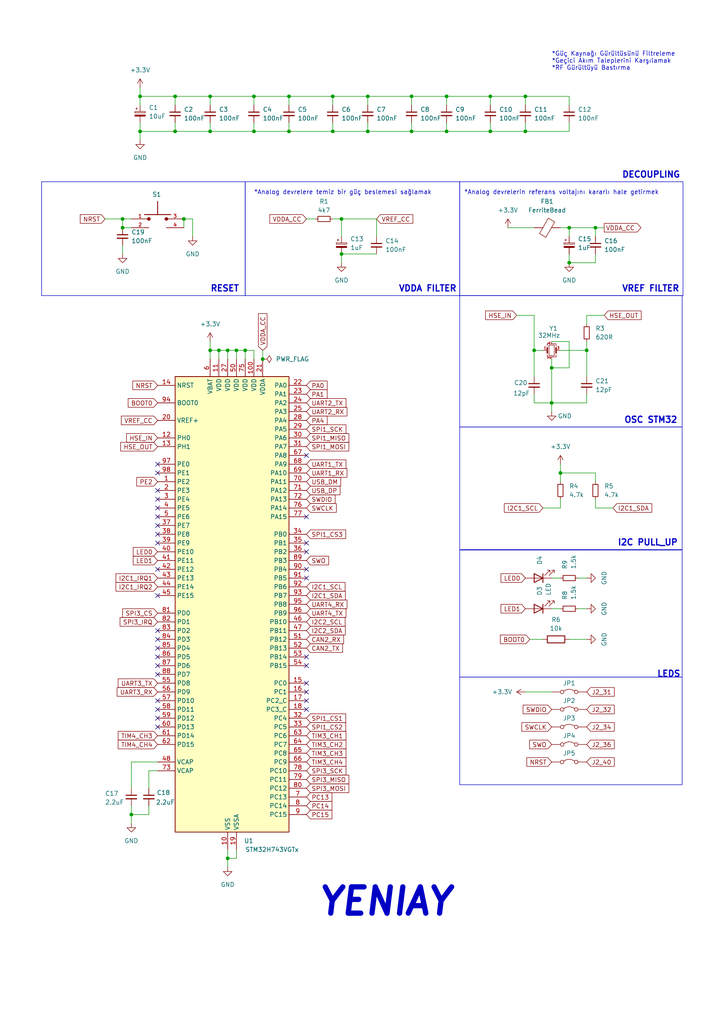
<source format=kicad_sch>
(kicad_sch (version 20231120) (generator "eeschema") (generator_version "8.0")
  (paper "A4" portrait)
  (title_block (title "STM32H743"))
  (lib_symbols
    (symbol "Device:C_Polarized_Small" (pin_numbers hide) (pin_names (offset 0.254) hide)
      (property "Reference" "C" (at 0.254 1.778 0))
      (property "Value" "C_Polarized_Small" (at 0.254 -2.032 0))
      (symbol "C_Polarized_Small_0_1"
        (rectangle (start -1.524 -0.3048) (end 1.524 -0.6858) (fill (type outline)))
        (rectangle (start -1.524 0.6858) (end 1.524 0.3048))
        (polyline (pts (xy -1.27 1.524) (xy -0.762 1.524)))
        (polyline (pts (xy -1.016 1.27) (xy -1.016 1.778)))
      )
      (symbol "C_Polarized_Small_1_1"
        (pin passive line (at 0 2.54 270) (length 1.8542) (name "~") (number "1"))
        (pin passive line (at 0 -2.54 90) (length 1.8542) (name "~") (number "2"))
      )
    )
    (symbol "Device:C_Small" (pin_numbers hide) (pin_names (offset 0.254) hide)
      (property "Reference" "C" (at 0.254 1.778 0))
      (property "Value" "C_Small" (at 0.254 -2.032 0))
      (symbol "C_Small_0_1"
        (polyline (pts (xy -1.524 -0.508) (xy 1.524 -0.508)) (stroke (width 0.3302)))
        (polyline (pts (xy -1.524 0.508) (xy 1.524 0.508)) (stroke (width 0.3048)))
      )
      (symbol "C_Small_1_1"
        (pin passive line (at 0 2.54 270) (length 2.032) (name "~") (number "1"))
        (pin passive line (at 0 -2.54 90) (length 2.032) (name "~") (number "2"))
      )
    )
    (symbol "Device:Crystal_GND24_Small" (pin_names (offset 1.016) hide)
      (property "Reference" "Y" (at 1.27 4.445 0))
      (property "Value" "Crystal_GND24_Small" (at 1.27 2.54 0))
      (symbol "Crystal_GND24_Small_0_1"
        (rectangle (start -0.762 -1.524) (end 0.762 1.524))
        (polyline (pts (xy -1.27 -0.762) (xy -1.27 0.762)) (stroke (width 0.381)))
        (polyline (pts (xy 1.27 -0.762) (xy 1.27 0.762)) (stroke (width 0.381)))
        (polyline (pts (xy -1.27 -1.27) (xy -1.27 -1.905) (xy 1.27 -1.905) (xy 1.27 -1.27)))
        (polyline (pts (xy -1.27 1.27) (xy -1.27 1.905) (xy 1.27 1.905) (xy 1.27 1.27)))
      )
      (symbol "Crystal_GND24_Small_1_1"
        (pin passive line (at -2.54 0 0) (length 1.27) (name "1") (number "1"))
        (pin passive line (at 0 -2.54 90) (length 0.635) (name "2") (number "2"))
        (pin passive line (at 2.54 0 180) (length 1.27) (name "3") (number "3"))
        (pin passive line (at 0 2.54 270) (length 0.635) (name "4") (number "4"))
      )
    )
    (symbol "Device:FerriteBead" (pin_numbers hide) (pin_names (offset 0))
      (property "Reference" "FB" (at -3.81 0.635 90))
      (property "Value" "FerriteBead" (at 3.81 0 90))
      (symbol "FerriteBead_0_1"
        (polyline (pts (xy 0 -1.27) (xy 0 -1.2192)))
        (polyline (pts (xy 0 1.27) (xy 0 1.2954)))
        (polyline (pts (xy -2.7686 0.4064) (xy -1.7018 2.2606) (xy 2.7686 -0.3048) (xy 1.6764 -2.159) (xy -2.7686 0.4064)))
      )
      (symbol "FerriteBead_1_1"
        (pin passive line (at 0 3.81 270) (length 2.54) (name "~") (number "1"))
        (pin passive line (at 0 -3.81 90) (length 2.54) (name "~") (number "2"))
      )
    )
    (symbol "Device:LED" (pin_numbers hide) (pin_names (offset 1.016) hide)
      (property "Reference" "D" (at 0 2.54 0))
      (property "Value" "LED" (at 0 -2.54 0))
      (symbol "LED_0_1"
        (polyline (pts (xy -1.27 -1.27) (xy -1.27 1.27)) (stroke (width 0.254)))
        (polyline (pts (xy -1.27 0) (xy 1.27 0)))
        (polyline (pts (xy 1.27 -1.27) (xy 1.27 1.27) (xy -1.27 0) (xy 1.27 -1.27)) (stroke (width 0.254)))
        (polyline (pts (xy -3.048 -0.762) (xy -4.572 -2.286) (xy -3.81 -2.286) (xy -4.572 -2.286) (xy -4.572 -1.524)))
        (polyline (pts (xy -1.778 -0.762) (xy -3.302 -2.286) (xy -2.54 -2.286) (xy -3.302 -2.286) (xy -3.302 -1.524)))
      )
      (symbol "LED_1_1"
        (pin passive line (at -3.81 0 0) (length 2.54) (name "K") (number "1"))
        (pin passive line (at 3.81 0 180) (length 2.54) (name "A") (number "2"))
      )
    )
    (symbol "Device:R" (pin_numbers hide) (pin_names (offset 0))
      (property "Reference" "R" (at 2.032 0 90))
      (property "Value" "R" (at 0 0 90))
      (symbol "R_0_1"
        (rectangle (start -1.016 -2.54) (end 1.016 2.54) (stroke (width 0.254)))
      )
      (symbol "R_1_1"
        (pin passive line (at 0 3.81 270) (length 1.27) (name "~") (number "1"))
        (pin passive line (at 0 -3.81 90) (length 1.27) (name "~") (number "2"))
      )
    )
    (symbol "Device:R_Small" (pin_numbers hide) (pin_names (offset 0.254) hide)
      (property "Reference" "R" (at 0.762 0.508 0))
      (property "Value" "R_Small" (at 0.762 -1.016 0))
      (symbol "R_Small_0_1"
        (rectangle (start -0.762 1.778) (end 0.762 -1.778) (stroke (width 0.2032)))
      )
      (symbol "R_Small_1_1"
        (pin passive line (at 0 2.54 270) (length 0.762) (name "~") (number "1"))
        (pin passive line (at 0 -2.54 90) (length 0.762) (name "~") (number "2"))
      )
    )
    (symbol "Jumper:Jumper_2_Bridged" (pin_numbers hide) (pin_names (offset 0) hide) (exclude_from_sim yes)
      (property "Reference" "JP" (at 0 1.905 0))
      (property "Value" "Jumper_2_Bridged" (at 0 -2.54 0))
      (symbol "Jumper_2_Bridged_0_0"
        (circle (center -2.032 0) (radius 0.508))
        (circle (center 2.032 0) (radius 0.508))
      )
      (symbol "Jumper_2_Bridged_0_1"
        (arc (start 1.524 0.254) (mid 0 0.762) (end -1.524 0.254))
      )
      (symbol "Jumper_2_Bridged_1_1"
        (pin passive line (at -5.08 0 0) (length 2.54) (name "A") (number "1"))
        (pin passive line (at 5.08 0 180) (length 2.54) (name "B") (number "2"))
      )
    )
    (symbol "MCU_ST_STM32H7:STM32H743VGTx"
      (property "Reference" "U" (at -15.24 67.31 0))
      (property "Value" "STM32H743VGTx" (at 12.7 67.31 0))
      (symbol "STM32H743VGTx_0_1"
        (rectangle (start -15.24 -66.04) (end 17.78 66.04) (stroke (width 0.254)) (fill (type background)))
      )
      (symbol "STM32H743VGTx_1_1"
        (pin bidirectional line (at -20.32 35.56 0) (length 5.08) (name "PE2") (number "1"))
        (pin power_in line (at 0 -71.12 90) (length 5.08) (name "VSS") (number "10"))
        (pin power_in line (at 7.62 71.12 270) (length 5.08) (name "VDD") (number "100"))
        (pin power_in line (at -2.54 71.12 270) (length 5.08) (name "VDD") (number "11"))
        (pin bidirectional line (at -20.32 48.26 0) (length 5.08) (name "PH0") (number "12"))
        (pin bidirectional line (at -20.32 45.72 0) (length 5.08) (name "PH1") (number "13"))
        (pin input line (at -20.32 63.5 0) (length 5.08) (name "NRST") (number "14"))
        (pin bidirectional line (at 22.86 -22.86 180) (length 5.08) (name "PC0") (number "15"))
        (pin bidirectional line (at 22.86 -25.4 180) (length 5.08) (name "PC1") (number "16"))
        (pin bidirectional line (at 22.86 -27.94 180) (length 5.08) (name "PC2_C") (number "17"))
        (pin bidirectional line (at 22.86 -30.48 180) (length 5.08) (name "PC3_C") (number "18"))
        (pin power_in line (at 2.54 -71.12 90) (length 5.08) (name "VSSA") (number "19"))
        (pin bidirectional line (at -20.32 33.02 0) (length 5.08) (name "PE3") (number "2"))
        (pin input line (at -20.32 53.34 0) (length 5.08) (name "VREF+") (number "20"))
        (pin power_in line (at 10.16 71.12 270) (length 5.08) (name "VDDA") (number "21"))
        (pin bidirectional line (at 22.86 63.5 180) (length 5.08) (name "PA0") (number "22"))
        (pin bidirectional line (at 22.86 60.96 180) (length 5.08) (name "PA1") (number "23"))
        (pin bidirectional line (at 22.86 58.42 180) (length 5.08) (name "PA2") (number "24"))
        (pin bidirectional line (at 22.86 55.88 180) (length 5.08) (name "PA3") (number "25"))
        (pin passive line (at 0 -71.12 90) (length 5.08) hide (name "VSS") (number "26"))
        (pin power_in line (at 0 71.12 270) (length 5.08) (name "VDD") (number "27"))
        (pin bidirectional line (at 22.86 53.34 180) (length 5.08) (name "PA4") (number "28"))
        (pin bidirectional line (at 22.86 50.8 180) (length 5.08) (name "PA5") (number "29"))
        (pin bidirectional line (at -20.32 30.48 0) (length 5.08) (name "PE4") (number "3"))
        (pin bidirectional line (at 22.86 48.26 180) (length 5.08) (name "PA6") (number "30"))
        (pin bidirectional line (at 22.86 45.72 180) (length 5.08) (name "PA7") (number "31"))
        (pin bidirectional line (at 22.86 -33.02 180) (length 5.08) (name "PC4") (number "32"))
        (pin bidirectional line (at 22.86 -35.56 180) (length 5.08) (name "PC5") (number "33"))
        (pin bidirectional line (at 22.86 20.32 180) (length 5.08) (name "PB0") (number "34"))
        (pin bidirectional line (at 22.86 17.78 180) (length 5.08) (name "PB1") (number "35"))
        (pin bidirectional line (at 22.86 15.24 180) (length 5.08) (name "PB2") (number "36"))
        (pin bidirectional line (at -20.32 22.86 0) (length 5.08) (name "PE7") (number "37"))
        (pin bidirectional line (at -20.32 20.32 0) (length 5.08) (name "PE8") (number "38"))
        (pin bidirectional line (at -20.32 17.78 0) (length 5.08) (name "PE9") (number "39"))
        (pin bidirectional line (at -20.32 27.94 0) (length 5.08) (name "PE5") (number "4"))
        (pin bidirectional line (at -20.32 15.24 0) (length 5.08) (name "PE10") (number "40"))
        (pin bidirectional line (at -20.32 12.7 0) (length 5.08) (name "PE11") (number "41"))
        (pin bidirectional line (at -20.32 10.16 0) (length 5.08) (name "PE12") (number "42"))
        (pin bidirectional line (at -20.32 7.62 0) (length 5.08) (name "PE13") (number "43"))
        (pin bidirectional line (at -20.32 5.08 0) (length 5.08) (name "PE14") (number "44"))
        (pin bidirectional line (at -20.32 2.54 0) (length 5.08) (name "PE15") (number "45"))
        (pin bidirectional line (at 22.86 -5.08 180) (length 5.08) (name "PB10") (number "46"))
        (pin bidirectional line (at 22.86 -7.62 180) (length 5.08) (name "PB11") (number "47"))
        (pin power_out line (at -20.32 -45.72 0) (length 5.08) (name "VCAP") (number "48"))
        (pin passive line (at 0 -71.12 90) (length 5.08) hide (name "VSS") (number "49"))
        (pin bidirectional line (at -20.32 25.4 0) (length 5.08) (name "PE6") (number "5"))
        (pin power_in line (at 2.54 71.12 270) (length 5.08) (name "VDD") (number "50"))
        (pin bidirectional line (at 22.86 -10.16 180) (length 5.08) (name "PB12") (number "51"))
        (pin bidirectional line (at 22.86 -12.7 180) (length 5.08) (name "PB13") (number "52"))
        (pin bidirectional line (at 22.86 -15.24 180) (length 5.08) (name "PB14") (number "53"))
        (pin bidirectional line (at 22.86 -17.78 180) (length 5.08) (name "PB15") (number "54"))
        (pin bidirectional line (at -20.32 -22.86 0) (length 5.08) (name "PD8") (number "55"))
        (pin bidirectional line (at -20.32 -25.4 0) (length 5.08) (name "PD9") (number "56"))
        (pin bidirectional line (at -20.32 -27.94 0) (length 5.08) (name "PD10") (number "57"))
        (pin bidirectional line (at -20.32 -30.48 0) (length 5.08) (name "PD11") (number "58"))
        (pin bidirectional line (at -20.32 -33.02 0) (length 5.08) (name "PD12") (number "59"))
        (pin power_in line (at -5.08 71.12 270) (length 5.08) (name "VBAT") (number "6"))
        (pin bidirectional line (at -20.32 -35.56 0) (length 5.08) (name "PD13") (number "60"))
        (pin bidirectional line (at -20.32 -38.1 0) (length 5.08) (name "PD14") (number "61"))
        (pin bidirectional line (at -20.32 -40.64 0) (length 5.08) (name "PD15") (number "62"))
        (pin bidirectional line (at 22.86 -38.1 180) (length 5.08) (name "PC6") (number "63"))
        (pin bidirectional line (at 22.86 -40.64 180) (length 5.08) (name "PC7") (number "64"))
        (pin bidirectional line (at 22.86 -43.18 180) (length 5.08) (name "PC8") (number "65"))
        (pin bidirectional line (at 22.86 -45.72 180) (length 5.08) (name "PC9") (number "66"))
        (pin bidirectional line (at 22.86 43.18 180) (length 5.08) (name "PA8") (number "67"))
        (pin bidirectional line (at 22.86 40.64 180) (length 5.08) (name "PA9") (number "68"))
        (pin bidirectional line (at 22.86 38.1 180) (length 5.08) (name "PA10") (number "69"))
        (pin bidirectional line (at 22.86 -55.88 180) (length 5.08) (name "PC13") (number "7"))
        (pin bidirectional line (at 22.86 35.56 180) (length 5.08) (name "PA11") (number "70"))
        (pin bidirectional line (at 22.86 33.02 180) (length 5.08) (name "PA12") (number "71"))
        (pin bidirectional line (at 22.86 30.48 180) (length 5.08) (name "PA13") (number "72"))
        (pin power_out line (at -20.32 -48.26 0) (length 5.08) (name "VCAP") (number "73"))
        (pin passive line (at 0 -71.12 90) (length 5.08) hide (name "VSS") (number "74"))
        (pin power_in line (at 5.08 71.12 270) (length 5.08) (name "VDD") (number "75"))
        (pin bidirectional line (at 22.86 27.94 180) (length 5.08) (name "PA14") (number "76"))
        (pin bidirectional line (at 22.86 25.4 180) (length 5.08) (name "PA15") (number "77"))
        (pin bidirectional line (at 22.86 -48.26 180) (length 5.08) (name "PC10") (number "78"))
        (pin bidirectional line (at 22.86 -50.8 180) (length 5.08) (name "PC11") (number "79"))
        (pin bidirectional line (at 22.86 -58.42 180) (length 5.08) (name "PC14") (number "8"))
        (pin bidirectional line (at 22.86 -53.34 180) (length 5.08) (name "PC12") (number "80"))
        (pin bidirectional line (at -20.32 -2.54 0) (length 5.08) (name "PD0") (number "81"))
        (pin bidirectional line (at -20.32 -5.08 0) (length 5.08) (name "PD1") (number "82"))
        (pin bidirectional line (at -20.32 -7.62 0) (length 5.08) (name "PD2") (number "83"))
        (pin bidirectional line (at -20.32 -10.16 0) (length 5.08) (name "PD3") (number "84"))
        (pin bidirectional line (at -20.32 -12.7 0) (length 5.08) (name "PD4") (number "85"))
        (pin bidirectional line (at -20.32 -15.24 0) (length 5.08) (name "PD5") (number "86"))
        (pin bidirectional line (at -20.32 -17.78 0) (length 5.08) (name "PD6") (number "87"))
        (pin bidirectional line (at -20.32 -20.32 0) (length 5.08) (name "PD7") (number "88"))
        (pin bidirectional line (at 22.86 12.7 180) (length 5.08) (name "PB3") (number "89"))
        (pin bidirectional line (at 22.86 -60.96 180) (length 5.08) (name "PC15") (number "9"))
        (pin bidirectional line (at 22.86 10.16 180) (length 5.08) (name "PB4") (number "90"))
        (pin bidirectional line (at 22.86 7.62 180) (length 5.08) (name "PB5") (number "91"))
        (pin bidirectional line (at 22.86 5.08 180) (length 5.08) (name "PB6") (number "92"))
        (pin bidirectional line (at 22.86 2.54 180) (length 5.08) (name "PB7") (number "93"))
        (pin input line (at -20.32 58.42 0) (length 5.08) (name "BOOT0") (number "94"))
        (pin bidirectional line (at 22.86 0 180) (length 5.08) (name "PB8") (number "95"))
        (pin bidirectional line (at 22.86 -2.54 180) (length 5.08) (name "PB9") (number "96"))
        (pin bidirectional line (at -20.32 40.64 0) (length 5.08) (name "PE0") (number "97"))
        (pin bidirectional line (at -20.32 38.1 0) (length 5.08) (name "PE1") (number "98"))
        (pin passive line (at 0 -71.12 90) (length 5.08) hide (name "VSS") (number "99"))
      )
    )
    (symbol "SKRPABE010:SKRPABE010" (pin_names (offset 1.016))
      (property "Reference" "S1" (at -0.254 4.318 0))
      (property "Value" "SKRPABE010" (at -0.254 2.286 0))
      (symbol "SKRPABE010_0_0"
        (circle (center -2.54 0) (radius 0.254) (stroke (width 0.508)))
        (polyline (pts (xy -3.81 1.27) (xy 0 1.27)) (stroke (width 0.254)))
        (polyline (pts (xy 0 1.27) (xy 0 5.08)) (stroke (width 0.254)))
        (polyline (pts (xy 0 1.27) (xy 3.81 1.27)) (stroke (width 0.254)))
        (circle (center 2.54 0) (radius 0.254) (stroke (width 0.508)))
        (pin passive line (at -7.62 0 0) (length 5.08) (name "~") (number "1"))
        (pin passive line (at -7.62 -2.54 0) (length 5.08) (name "~") (number "2"))
        (pin passive line (at 7.62 0 180) (length 5.08) (name "~") (number "3"))
        (pin passive line (at 7.62 -2.54 180) (length 5.08) (name "~") (number "4"))
      )
    )
    (symbol "power:+3.3V" (power) (pin_numbers hide) (pin_names (offset 0) hide)
      (property "Value" "+3.3V" (at 0 3.556 0))
      (symbol "+3.3V_0_1"
        (polyline (pts (xy -0.762 1.27) (xy 0 2.54)))
        (polyline (pts (xy 0 0) (xy 0 2.54)))
        (polyline (pts (xy 0 2.54) (xy 0.762 1.27)))
      )
      (symbol "+3.3V_1_1"
        (pin power_in line (at 0 0 90) (length 0) (name "~") (number "1"))
      )
    )
    (symbol "power:GND" (power) (pin_numbers hide) (pin_names (offset 0) hide)
      (property "Value" "GND" (at 0 -3.81 0))
      (symbol "GND_0_1"
        (polyline (pts (xy 0 0) (xy 0 -1.27) (xy 1.27 -1.27) (xy 0 -2.54) (xy -1.27 -1.27) (xy 0 -1.27)))
      )
      (symbol "GND_1_1"
        (pin power_in line (at 0 0 270) (length 0) (name "~") (number "1"))
      )
    )
    (symbol "power:PWR_FLAG" (power) (pin_numbers hide) (pin_names (offset 0) hide)
      (property "Value" "PWR_FLAG" (at 0 3.81 0))
      (symbol "PWR_FLAG_0_0"
        (pin power_out line (at 0 0 90) (length 0) (name "~") (number "1"))
      )
      (symbol "PWR_FLAG_0_1"
        (polyline (pts (xy 0 0) (xy 0 1.27) (xy -1.016 1.905) (xy 0 2.54) (xy 1.016 1.905) (xy 0 1.27)))
      )
    )
  )
  (junction (at 152.4 27.94))
  (junction (at 68.58 101.6))
  (junction (at 76.2 104.14))
  (junction (at 63.5 101.6))
  (junction (at 142.24 38.1))
  (junction (at 160.02 116.84))
  (junction (at 172.72 66.04))
  (junction (at 73.66 38.1))
  (junction (at 129.54 38.1))
  (junction (at 83.82 27.94))
  (junction (at 119.38 38.1))
  (junction (at 119.38 27.94))
  (junction (at 96.52 27.94))
  (junction (at 96.52 38.1))
  (junction (at 165.1 76.2))
  (junction (at 40.64 38.1))
  (junction (at 40.64 27.94))
  (junction (at 35.56 63.5))
  (junction (at 60.96 101.6))
  (junction (at 66.04 101.6))
  (junction (at 35.56 66.04))
  (junction (at 162.56 137.16))
  (junction (at 50.8 27.94))
  (junction (at 71.12 101.6))
  (junction (at 129.54 27.94))
  (junction (at 60.96 27.94))
  (junction (at 165.1 66.04))
  (junction (at 154.94 101.6))
  (junction (at 53.34 63.5))
  (junction (at 66.04 248.92))
  (junction (at 83.82 38.1))
  (junction (at 106.68 27.94))
  (junction (at 60.96 38.1))
  (junction (at 38.1 236.22))
  (junction (at 99.06 73.66))
  (junction (at 50.8 38.1))
  (junction (at 170.18 101.6))
  (junction (at 73.66 27.94))
  (junction (at 142.24 27.94))
  (junction (at 160.02 106.68))
  (junction (at 106.68 38.1))
  (junction (at 99.06 63.5))
  (junction (at 152.4 38.1))
  (no_connect (at 45.72 203.2))
  (no_connect (at 88.9 165.1))
  (no_connect (at 45.72 193.04))
  (no_connect (at 45.72 182.88))
  (no_connect (at 45.72 154.94))
  (no_connect (at 88.9 200.66))
  (no_connect (at 45.72 205.74))
  (no_connect (at 88.9 190.5))
  (no_connect (at 88.9 205.74))
  (no_connect (at 88.9 193.04))
  (no_connect (at 88.9 203.2))
  (no_connect (at 45.72 157.48))
  (no_connect (at 45.72 165.1))
  (no_connect (at 45.72 144.78))
  (no_connect (at 45.72 195.58))
  (no_connect (at 88.9 157.48))
  (no_connect (at 45.72 208.28))
  (no_connect (at 45.72 185.42))
  (no_connect (at 45.72 142.24))
  (no_connect (at 45.72 147.32))
  (no_connect (at 45.72 190.5))
  (no_connect (at 45.72 149.86))
  (no_connect (at 45.72 210.82))
  (no_connect (at 45.72 172.72))
  (no_connect (at 88.9 167.64))
  (no_connect (at 88.9 132.08))
  (no_connect (at 45.72 187.96))
  (no_connect (at 88.9 160.02))
  (no_connect (at 45.72 137.16))
  (no_connect (at 88.9 149.86))
  (no_connect (at 88.9 198.12))
  (no_connect (at 45.72 152.4))
  (no_connect (at 45.72 134.62))
  (wire (pts (xy 63.5 101.6) (xy 60.96 101.6)))
  (wire (pts (xy 60.96 27.94) (xy 73.66 27.94)))
  (wire (pts (xy 35.56 63.5) (xy 38.1 63.5)))
  (wire (pts (xy 106.68 35.56) (xy 106.68 38.1)))
  (wire (pts (xy 170.18 101.6) (xy 170.18 109.22)))
  (wire (pts (xy 160.02 119.38) (xy 160.02 116.84)))
  (wire (pts (xy 45.72 220.98) (xy 38.1 220.98)))
  (wire (pts (xy 160.02 106.68) (xy 165.1 106.68)))
  (wire (pts (xy 152.4 27.94) (xy 152.4 30.48)))
  (wire (pts (xy 73.66 104.14) (xy 73.66 101.6)))
  (wire (pts (xy 154.94 101.6) (xy 154.94 109.22)))
  (wire (pts (xy 153.67 185.42) (xy 157.48 185.42)))
  (wire (pts (xy 50.8 35.56) (xy 50.8 38.1)))
  (wire (pts (xy 165.1 27.94) (xy 152.4 27.94)))
  (wire (pts (xy 165.1 66.04) (xy 172.72 66.04)))
  (wire (pts (xy 172.72 147.32) (xy 177.8 147.32)))
  (wire (pts (xy 162.56 137.16) (xy 162.56 134.62)))
  (wire (pts (xy 172.72 144.78) (xy 172.72 147.32)))
  (wire (pts (xy 50.8 27.94) (xy 60.96 27.94)))
  (wire (pts (xy 35.56 71.12) (xy 35.56 73.66)))
  (wire (pts (xy 106.68 38.1) (xy 96.52 38.1)))
  (wire (pts (xy 154.94 101.6) (xy 154.94 91.44)))
  (wire (pts (xy 40.64 25.4) (xy 40.64 27.94)))
  (wire (pts (xy 38.1 236.22) (xy 38.1 238.76)))
  (wire (pts (xy 167.64 167.64) (xy 170.18 167.64)))
  (wire (pts (xy 119.38 27.94) (xy 119.38 30.48)))
  (wire (pts (xy 73.66 35.56) (xy 73.66 38.1)))
  (wire (pts (xy 40.64 40.64) (xy 40.64 38.1)))
  (wire (pts (xy 66.04 101.6) (xy 63.5 101.6)))
  (wire (pts (xy 99.06 63.5) (xy 109.22 63.5)))
  (wire (pts (xy 109.22 63.5) (xy 109.22 68.58)))
  (wire (pts (xy 99.06 73.66) (xy 99.06 76.2)))
  (wire (pts (xy 60.96 101.6) (xy 60.96 104.14)))
  (wire (pts (xy 50.8 38.1) (xy 40.64 38.1)))
  (wire (pts (xy 73.66 101.6) (xy 71.12 101.6)))
  (wire (pts (xy 88.9 63.5) (xy 91.44 63.5)))
  (wire (pts (xy 106.68 27.94) (xy 106.68 30.48)))
  (wire (pts (xy 170.18 114.3) (xy 170.18 116.84)))
  (wire (pts (xy 162.56 139.7) (xy 162.56 137.16)))
  (wire (pts (xy 160.02 176.53) (xy 162.56 176.53)))
  (wire (pts (xy 40.64 27.94) (xy 50.8 27.94)))
  (wire (pts (xy 68.58 248.92) (xy 66.04 248.92)))
  (wire (pts (xy 30.48 63.5) (xy 35.56 63.5)))
  (wire (pts (xy 142.24 27.94) (xy 129.54 27.94)))
  (wire (pts (xy 157.48 101.6) (xy 154.94 101.6)))
  (wire (pts (xy 149.86 91.44) (xy 154.94 91.44)))
  (wire (pts (xy 40.64 27.94) (xy 40.64 30.48)))
  (wire (pts (xy 60.96 35.56) (xy 60.96 38.1)))
  (wire (pts (xy 119.38 38.1) (xy 106.68 38.1)))
  (wire (pts (xy 165.1 73.66) (xy 165.1 76.2)))
  (wire (pts (xy 172.72 66.04) (xy 175.26 66.04)))
  (wire (pts (xy 165.1 66.04) (xy 165.1 68.58)))
  (wire (pts (xy 172.72 139.7) (xy 172.72 137.16)))
  (wire (pts (xy 96.52 35.56) (xy 96.52 38.1)))
  (wire (pts (xy 162.56 137.16) (xy 172.72 137.16)))
  (wire (pts (xy 40.64 35.56) (xy 40.64 38.1)))
  (wire (pts (xy 162.56 147.32) (xy 157.48 147.32)))
  (wire (pts (xy 66.04 248.92) (xy 66.04 251.46)))
  (wire (pts (xy 142.24 27.94) (xy 142.24 30.48)))
  (wire (pts (xy 142.24 38.1) (xy 129.54 38.1)))
  (wire (pts (xy 38.1 233.68) (xy 38.1 236.22)))
  (wire (pts (xy 43.18 223.52) (xy 43.18 228.6)))
  (wire (pts (xy 129.54 38.1) (xy 119.38 38.1)))
  (wire (pts (xy 170.18 101.6) (xy 170.18 99.06)))
  (wire (pts (xy 55.88 63.5) (xy 55.88 68.58)))
  (wire (pts (xy 160.02 106.68) (xy 160.02 116.84)))
  (wire (pts (xy 53.34 63.5) (xy 55.88 63.5)))
  (wire (pts (xy 68.58 246.38) (xy 68.58 248.92)))
  (wire (pts (xy 167.64 176.53) (xy 170.18 176.53)))
  (wire (pts (xy 50.8 27.94) (xy 50.8 30.48)))
  (wire (pts (xy 73.66 27.94) (xy 73.66 30.48)))
  (wire (pts (xy 106.68 27.94) (xy 96.52 27.94)))
  (wire (pts (xy 162.56 101.6) (xy 170.18 101.6)))
  (wire (pts (xy 152.4 200.66) (xy 160.02 200.66)))
  (wire (pts (xy 96.52 27.94) (xy 96.52 30.48)))
  (wire (pts (xy 66.04 246.38) (xy 66.04 248.92)))
  (wire (pts (xy 66.04 101.6) (xy 66.04 104.14)))
  (wire (pts (xy 73.66 38.1) (xy 60.96 38.1)))
  (wire (pts (xy 99.06 63.5) (xy 99.06 68.58)))
  (wire (pts (xy 83.82 38.1) (xy 73.66 38.1)))
  (wire (pts (xy 71.12 101.6) (xy 71.12 104.14)))
  (wire (pts (xy 119.38 27.94) (xy 106.68 27.94)))
  (wire (pts (xy 53.34 66.04) (xy 53.34 63.5)))
  (wire (pts (xy 129.54 27.94) (xy 119.38 27.94)))
  (wire (pts (xy 83.82 35.56) (xy 83.82 38.1)))
  (wire (pts (xy 45.72 223.52) (xy 43.18 223.52)))
  (wire (pts (xy 165.1 38.1) (xy 152.4 38.1)))
  (wire (pts (xy 68.58 101.6) (xy 68.58 104.14)))
  (wire (pts (xy 165.1 30.48) (xy 165.1 27.94)))
  (wire (pts (xy 60.96 99.06) (xy 60.96 101.6)))
  (wire (pts (xy 154.94 114.3) (xy 154.94 116.84)))
  (wire (pts (xy 165.1 185.42) (xy 170.18 185.42)))
  (wire (pts (xy 35.56 63.5) (xy 35.56 66.04)))
  (wire (pts (xy 83.82 27.94) (xy 73.66 27.94)))
  (wire (pts (xy 83.82 27.94) (xy 83.82 30.48)))
  (wire (pts (xy 170.18 91.44) (xy 170.18 93.98)))
  (wire (pts (xy 165.1 99.06) (xy 165.1 106.68)))
  (wire (pts (xy 152.4 38.1) (xy 142.24 38.1)))
  (wire (pts (xy 119.38 35.56) (xy 119.38 38.1)))
  (wire (pts (xy 152.4 27.94) (xy 142.24 27.94)))
  (wire (pts (xy 162.56 66.04) (xy 165.1 66.04)))
  (wire (pts (xy 172.72 76.2) (xy 165.1 76.2)))
  (wire (pts (xy 147.32 66.04) (xy 154.94 66.04)))
  (wire (pts (xy 172.72 66.04) (xy 172.72 68.58)))
  (wire (pts (xy 170.18 116.84) (xy 160.02 116.84)))
  (wire (pts (xy 152.4 35.56) (xy 152.4 38.1)))
  (wire (pts (xy 175.26 91.44) (xy 170.18 91.44)))
  (wire (pts (xy 63.5 101.6) (xy 63.5 104.14)))
  (wire (pts (xy 160.02 167.64) (xy 162.56 167.64)))
  (wire (pts (xy 142.24 35.56) (xy 142.24 38.1)))
  (wire (pts (xy 96.52 27.94) (xy 83.82 27.94)))
  (wire (pts (xy 60.96 38.1) (xy 50.8 38.1)))
  (wire (pts (xy 129.54 27.94) (xy 129.54 30.48)))
  (wire (pts (xy 71.12 101.6) (xy 68.58 101.6)))
  (wire (pts (xy 76.2 101.6) (xy 76.2 104.14)))
  (wire (pts (xy 129.54 35.56) (xy 129.54 38.1)))
  (wire (pts (xy 38.1 236.22) (xy 43.18 236.22)))
  (wire (pts (xy 43.18 236.22) (xy 43.18 233.68)))
  (wire (pts (xy 162.56 144.78) (xy 162.56 147.32)))
  (wire (pts (xy 165.1 35.56) (xy 165.1 38.1)))
  (wire (pts (xy 96.52 38.1) (xy 83.82 38.1)))
  (wire (pts (xy 38.1 66.04) (xy 35.56 66.04)))
  (wire (pts (xy 160.02 104.14) (xy 160.02 106.68)))
  (wire (pts (xy 109.22 73.66) (xy 99.06 73.66)))
  (wire (pts (xy 38.1 220.98) (xy 38.1 228.6)))
  (wire (pts (xy 154.94 116.84) (xy 160.02 116.84)))
  (wire (pts (xy 96.52 63.5) (xy 99.06 63.5)))
  (wire (pts (xy 60.96 30.48) (xy 60.96 27.94)))
  (wire (pts (xy 160.02 99.06) (xy 165.1 99.06)))
  (wire (pts (xy 172.72 73.66) (xy 172.72 76.2)))
  (wire (pts (xy 68.58 101.6) (xy 66.04 101.6)))
  (rectangle (start 12.065 52.705) (end 71.12 85.725))
  (rectangle (start 71.12 52.705) (end 133.35 85.725))
  (rectangle (start 133.35 159.512) (end 197.866 196.342))
  (rectangle (start 133.35 123.825) (end 197.866 159.385))
  (rectangle (start 133.35 196.342) (end 197.866 227.584))
  (rectangle (start 133.35 52.705) (end 198.12 85.725))
  (rectangle (start 133.35 85.725) (end 197.866 123.825))
  (text "*Güç Kaynağı Gürültüsünü Filtreleme\n*Geçici Akım Taleplerini Karşılamak\n*RF Gürültüyü Bastırma" (at 160.02 17.78 0) (effects (font (size 1.27 1.27)) (justify left)))
  (text "*Analog devrelere temiz bir güç beslemesi sağlamak " (at 73.66 55.88 0) (effects (font (size 1.27 1.27)) (justify left)))
  (text "DECOUPLING" (at 180.34 50.8 0) (effects (font (size 1.778 1.778) (thickness 0.3556) (bold yes)) (justify left)))
  (text "OSC STM32" (at 180.975 121.92 0) (effects (font (size 1.778 1.778) (thickness 0.3556) (bold yes)) (justify left)))
  (text "VREF FILTER" (at 180.34 83.82 0) (effects (font (size 1.778 1.778) (thickness 0.3556) (bold yes)) (justify left)))
  (text "RESET" (at 60.96 83.82 0) (effects (font (size 1.778 1.778) (thickness 0.3556) (bold yes)) (justify left)))
  (text "I2C PULL_UP" (at 179.07 157.48 0) (effects (font (size 1.778 1.778) (thickness 0.3556) (bold yes)) (justify left)))
  (text "*Analog devrelerin referans voltajını kararlı hale getirmek" (at 134.62 55.88 0) (effects (font (size 1.27 1.27)) (justify left)))
  (text "LEDS" (at 190.5 195.58 0) (effects (font (size 1.778 1.778) (thickness 0.3556) (bold yes)) (justify left)))
  (text "YENIAY" (at 111.76 261.62 0) (effects (font (size 7.62 7.62) (bold yes) (italic yes))))
  (text "VDDA FILTER" (at 115.57 83.82 0) (effects (font (size 1.778 1.778) (thickness 0.3556) (bold yes)) (justify left)))
  (global_label "J2_40" (shape input) (at 170.18 220.98 0) (property "Intersheetrefs" "${INTERSHEET_REFS}" (effects (hide yes))))
  (global_label "UART1_TX" (shape input) (at 88.9 134.62 0) (property "Intersheetrefs" "${INTERSHEET_REFS}" (effects (hide yes))))
  (global_label "I2C2_SDA" (shape input) (at 88.9 182.88 0) (property "Intersheetrefs" "${INTERSHEET_REFS}" (effects (hide yes))))
  (global_label "SWCLK" (shape input) (at 160.02 210.82 180) (property "Intersheetrefs" "${INTERSHEET_REFS}" (effects (hide yes))))
  (global_label "VREF_CC" (shape input) (at 109.22 63.5 0) (property "Intersheetrefs" "${INTERSHEET_REFS}" (effects (hide yes))))
  (global_label "J2_36" (shape input) (at 170.18 215.9 0) (property "Intersheetrefs" "${INTERSHEET_REFS}" (effects (hide yes))))
  (global_label "LED0" (shape input) (at 152.4 167.64 180) (property "Intersheetrefs" "${INTERSHEET_REFS}" (effects (hide yes))))
  (global_label "VDDA_CC" (shape output) (at 175.26 66.04 0) (property "Intersheetrefs" "${INTERSHEET_REFS}" (effects (hide yes))))
  (global_label "SWO" (shape input) (at 160.02 215.9 180) (property "Intersheetrefs" "${INTERSHEET_REFS}" (effects (hide yes))))
  (global_label "SPI3_IRQ" (shape input) (at 45.72 180.34 180) (property "Intersheetrefs" "${INTERSHEET_REFS}" (effects (hide yes))))
  (global_label "J2_32" (shape input) (at 170.18 205.74 0) (property "Intersheetrefs" "${INTERSHEET_REFS}" (effects (hide yes))))
  (global_label "UART4_RX" (shape input) (at 88.9 175.26 0) (property "Intersheetrefs" "${INTERSHEET_REFS}" (effects (hide yes))))
  (global_label "SPI3_CS" (shape input) (at 45.72 177.8 180) (property "Intersheetrefs" "${INTERSHEET_REFS}" (effects (hide yes))))
  (global_label "SWDIO" (shape input) (at 88.9 144.78 0) (property "Intersheetrefs" "${INTERSHEET_REFS}" (effects (hide yes))))
  (global_label "VDDA_CC" (shape input) (at 76.2 101.6 90) (property "Intersheetrefs" "${INTERSHEET_REFS}" (effects (hide yes))))
  (global_label "SPI1_MISO" (shape input) (at 88.9 127 0) (property "Intersheetrefs" "${INTERSHEET_REFS}" (effects (hide yes))))
  (global_label "HSE_IN" (shape input) (at 45.72 127 180) (property "Intersheetrefs" "${INTERSHEET_REFS}" (effects (hide yes))))
  (global_label "USB_DM" (shape input) (at 88.9 139.7 0) (property "Intersheetrefs" "${INTERSHEET_REFS}" (effects (hide yes))))
  (global_label "TIM3_CH1" (shape input) (at 88.9 213.36 0) (property "Intersheetrefs" "${INTERSHEET_REFS}" (effects (hide yes))))
  (global_label "TIM3_CH3" (shape input) (at 88.9 218.44 0) (property "Intersheetrefs" "${INTERSHEET_REFS}" (effects (hide yes))))
  (global_label "I2C2_SCL" (shape input) (at 88.9 180.34 0) (property "Intersheetrefs" "${INTERSHEET_REFS}" (effects (hide yes))))
  (global_label "PC15" (shape input) (at 88.9 236.22 0) (property "Intersheetrefs" "${INTERSHEET_REFS}" (effects (hide yes))))
  (global_label "TIM4_CH3" (shape input) (at 45.72 213.36 180) (property "Intersheetrefs" "${INTERSHEET_REFS}" (effects (hide yes))))
  (global_label "BOOT0" (shape input) (at 45.72 116.84 180) (property "Intersheetrefs" "${INTERSHEET_REFS}" (effects (hide yes))))
  (global_label "NRST" (shape input) (at 30.48 63.5 180) (property "Intersheetrefs" "${INTERSHEET_REFS}" (effects (hide yes))))
  (global_label "PA4" (shape input) (at 88.9 121.92 0) (property "Intersheetrefs" "${INTERSHEET_REFS}" (effects (hide yes))))
  (global_label "TIM4_CH4" (shape input) (at 45.72 215.9 180) (property "Intersheetrefs" "${INTERSHEET_REFS}" (effects (hide yes))))
  (global_label "J2_31" (shape input) (at 170.18 200.66 0) (property "Intersheetrefs" "${INTERSHEET_REFS}" (effects (hide yes))))
  (global_label "SPI1_CS1" (shape input) (at 88.9 208.28 0) (property "Intersheetrefs" "${INTERSHEET_REFS}" (effects (hide yes))))
  (global_label "UART3_RX" (shape input) (at 45.72 200.66 180) (property "Intersheetrefs" "${INTERSHEET_REFS}" (effects (hide yes))))
  (global_label "I2C1_SCL" (shape input) (at 157.48 147.32 180) (property "Intersheetrefs" "${INTERSHEET_REFS}" (effects (hide yes))))
  (global_label "UART4_TX" (shape input) (at 88.9 177.8 0) (property "Intersheetrefs" "${INTERSHEET_REFS}" (effects (hide yes))))
  (global_label "PC13" (shape input) (at 88.9 231.14 0) (property "Intersheetrefs" "${INTERSHEET_REFS}" (effects (hide yes))))
  (global_label "I2C1_IRQ2" (shape input) (at 45.72 170.18 180) (property "Intersheetrefs" "${INTERSHEET_REFS}" (effects (hide yes))))
  (global_label "HSE_OUT" (shape input) (at 175.26 91.44 0) (property "Intersheetrefs" "${INTERSHEET_REFS}" (effects (hide yes))))
  (global_label "LED0" (shape input) (at 45.72 160.02 180) (property "Intersheetrefs" "${INTERSHEET_REFS}" (effects (hide yes))))
  (global_label "TIM3_CH4" (shape input) (at 88.9 220.98 0) (property "Intersheetrefs" "${INTERSHEET_REFS}" (effects (hide yes))))
  (global_label "J2_34" (shape input) (at 170.18 210.82 0) (property "Intersheetrefs" "${INTERSHEET_REFS}" (effects (hide yes))))
  (global_label "SWDIO" (shape input) (at 160.02 205.74 180) (property "Intersheetrefs" "${INTERSHEET_REFS}" (effects (hide yes))))
  (global_label "HSE_IN" (shape input) (at 149.86 91.44 180) (property "Intersheetrefs" "${INTERSHEET_REFS}" (effects (hide yes))))
  (global_label "SPI1_CS3" (shape input) (at 88.9 154.94 0) (property "Intersheetrefs" "${INTERSHEET_REFS}" (effects (hide yes))))
  (global_label "SPI1_MOSI" (shape input) (at 88.9 129.54 0) (property "Intersheetrefs" "${INTERSHEET_REFS}" (effects (hide yes))))
  (global_label "SPI1_SCK" (shape input) (at 88.9 124.46 0) (property "Intersheetrefs" "${INTERSHEET_REFS}" (effects (hide yes))))
  (global_label "PC14" (shape input) (at 88.9 233.68 0) (property "Intersheetrefs" "${INTERSHEET_REFS}" (effects (hide yes))))
  (global_label "I2C1_SCL" (shape input) (at 88.9 170.18 0) (property "Intersheetrefs" "${INTERSHEET_REFS}" (effects (hide yes))))
  (global_label "UART2_RX" (shape input) (at 88.9 119.38 0) (property "Intersheetrefs" "${INTERSHEET_REFS}" (effects (hide yes))))
  (global_label "UART1_RX" (shape input) (at 88.9 137.16 0) (property "Intersheetrefs" "${INTERSHEET_REFS}" (effects (hide yes))))
  (global_label "SPI3_MISO" (shape input) (at 88.9 226.06 0) (property "Intersheetrefs" "${INTERSHEET_REFS}" (effects (hide yes))))
  (global_label "SPI3_SCK" (shape input) (at 88.9 223.52 0) (property "Intersheetrefs" "${INTERSHEET_REFS}" (effects (hide yes))))
  (global_label "I2C1_SDA" (shape input) (at 177.8 147.32 0) (property "Intersheetrefs" "${INTERSHEET_REFS}" (effects (hide yes))))
  (global_label "SWO" (shape input) (at 88.9 162.56 0) (property "Intersheetrefs" "${INTERSHEET_REFS}" (effects (hide yes))))
  (global_label "SWCLK" (shape input) (at 88.9 147.32 0) (property "Intersheetrefs" "${INTERSHEET_REFS}" (effects (hide yes))))
  (global_label "PE2" (shape input) (at 45.72 139.7 180) (property "Intersheetrefs" "${INTERSHEET_REFS}" (effects (hide yes))))
  (global_label "SPI1_CS2" (shape input) (at 88.9 210.82 0) (property "Intersheetrefs" "${INTERSHEET_REFS}" (effects (hide yes))))
  (global_label "HSE_OUT" (shape input) (at 45.72 129.54 180) (property "Intersheetrefs" "${INTERSHEET_REFS}" (effects (hide yes))))
  (global_label "UART2_TX" (shape input) (at 88.9 116.84 0) (property "Intersheetrefs" "${INTERSHEET_REFS}" (effects (hide yes))))
  (global_label "BOOT0" (shape input) (at 153.67 185.42 180) (property "Intersheetrefs" "${INTERSHEET_REFS}" (effects (hide yes))))
  (global_label "UART3_TX" (shape input) (at 45.72 198.12 180) (property "Intersheetrefs" "${INTERSHEET_REFS}" (effects (hide yes))))
  (global_label "CAN2_TX" (shape input) (at 88.9 187.96 0) (property "Intersheetrefs" "${INTERSHEET_REFS}" (effects (hide yes))))
  (global_label "NRST" (shape input) (at 160.02 220.98 180) (property "Intersheetrefs" "${INTERSHEET_REFS}" (effects (hide yes))))
  (global_label "CAN2_RX" (shape input) (at 88.9 185.42 0) (property "Intersheetrefs" "${INTERSHEET_REFS}" (effects (hide yes))))
  (global_label "NRST" (shape input) (at 45.72 111.76 180) (property "Intersheetrefs" "${INTERSHEET_REFS}" (effects (hide yes))))
  (global_label "USB_DP" (shape input) (at 88.9 142.24 0) (property "Intersheetrefs" "${INTERSHEET_REFS}" (effects (hide yes))))
  (global_label "LED1" (shape input) (at 45.72 162.56 180) (property "Intersheetrefs" "${INTERSHEET_REFS}" (effects (hide yes))))
  (global_label "I2C1_IRQ1" (shape input) (at 45.72 167.64 180) (property "Intersheetrefs" "${INTERSHEET_REFS}" (effects (hide yes))))
  (global_label "I2C1_SDA" (shape input) (at 88.9 172.72 0) (property "Intersheetrefs" "${INTERSHEET_REFS}" (effects (hide yes))))
  (global_label "VDDA_CC" (shape input) (at 88.9 63.5 180) (property "Intersheetrefs" "${INTERSHEET_REFS}" (effects (hide yes))))
  (global_label "VREF_CC" (shape input) (at 45.72 121.92 180) (property "Intersheetrefs" "${INTERSHEET_REFS}" (effects (hide yes))))
  (global_label "TIM3_CH2" (shape input) (at 88.9 215.9 0) (property "Intersheetrefs" "${INTERSHEET_REFS}" (effects (hide yes))))
  (global_label "PA1" (shape input) (at 88.9 114.3 0) (property "Intersheetrefs" "${INTERSHEET_REFS}" (effects (hide yes))))
  (global_label "PA0" (shape input) (at 88.9 111.76 0) (property "Intersheetrefs" "${INTERSHEET_REFS}" (effects (hide yes))))
  (global_label "LED1" (shape input) (at 152.4 176.53 180) (property "Intersheetrefs" "${INTERSHEET_REFS}" (effects (hide yes))))
  (global_label "SPI3_MOSI" (shape input) (at 88.9 228.6 0) (property "Intersheetrefs" "${INTERSHEET_REFS}" (effects (hide yes))))
  (symbol (lib_id "power:+3.3V") (at 147.32 66.04 0) (unit 1)
    (property "Reference" "#PWR05" (effects (hide yes)))
    (property "Value" "+3.3V" (at 147.32 60.96 0))
    (property "Description" "Power symbol creates a global label with name \"+3.3V\"" (effects (hide yes)))
  )
  (symbol (lib_id "Device:C_Small") (at 154.94 111.76 0) (unit 1)
    (property "Reference" "C20" (at 149.098 110.998 0) (effects (justify left)))
    (property "Value" "12pF" (at 148.844 114.046 0) (effects (justify left)))
    (property "Footprint" "Capacitor_SMD:C_0402_1005Metric" (effects (hide yes)))
    (property "Description" "Unpolarized capacitor, small symbol" (effects (hide yes)))
  )
  (symbol (lib_id "MCU_ST_STM32H7:STM32H743VGTx") (at 66.04 175.26 0) (unit 1)
    (property "Reference" "U1" (at 70.7741 243.84 0) (effects (justify left)))
    (property "Value" "STM32H743VGTx" (at 71.12 246.38 0) (effects (justify left)))
    (property "Footprint" "Package_QFP:LQFP-100_14x14mm_P0.5mm" (effects (hide yes)))
    (property "Datasheet" "https://www.st.com/resource/en/datasheet/stm32h743vg.pdf" (effects (hide yes)))
    (property "Description" "STMicroelectronics Arm Cortex-M7 MCU, 1024KB flash, 1024KB RAM, 480 MHz, 1.71-3.6V, 82 GPIO, LQFP100" (effects (hide yes)))
  )
  (symbol (lib_id "power:+3.3V") (at 162.56 134.62 0) (unit 1)
    (property "Reference" "#PWR014" (effects (hide yes)))
    (property "Value" "+3.3V" (at 162.56 129.54 0))
    (property "Description" "Power symbol creates a global label with name \"+3.3V\"" (effects (hide yes)))
  )
  (symbol (lib_id "Device:C_Small") (at 170.18 111.76 0) (unit 1)
    (property "Reference" "C21" (at 172.72 110.4962 0) (effects (justify left)))
    (property "Value" "12pF" (at 172.72 113.0362 0) (effects (justify left)))
    (property "Footprint" "Capacitor_SMD:C_0402_1005Metric" (effects (hide yes)))
    (property "Description" "Unpolarized capacitor, small symbol" (effects (hide yes)))
  )
  (symbol (lib_id "Device:R_Small") (at 165.1 176.53 270) (unit 1)
    (property "Reference" "R8" (at 163.8299 173.99 0) (effects (justify right)))
    (property "Value" "1.5k" (at 166.3699 173.99 0) (effects (justify right)))
    (property "Footprint" "Resistor_SMD:R_0402_1005Metric" (effects (hide yes)))
    (property "Description" "Resistor, small symbol" (effects (hide yes)))
  )
  (symbol (lib_id "power:+3.3V") (at 40.64 25.4 0) (unit 1)
    (property "Reference" "#PWR02" (effects (hide yes)))
    (property "Value" "+3.3V" (at 40.64 20.32 0))
    (property "Description" "Power symbol creates a global label with name \"+3.3V\"" (effects (hide yes)))
  )
  (symbol (lib_id "Device:R_Small") (at 93.98 63.5 90) (unit 1)
    (property "Reference" "R1" (at 93.98 58.42 90))
    (property "Value" "4k7" (at 93.98 60.96 90))
    (property "Footprint" "Resistor_SMD:R_0402_1005Metric" (effects (hide yes)))
    (property "Description" "Resistor, small symbol" (effects (hide yes)))
  )
  (symbol (lib_id "Jumper:Jumper_2_Bridged") (at 165.1 215.9 0) (unit 1) (exclude_from_sim yes)
    (property "Reference" "JP4" (at 165.1 213.36 0))
    (property "Value" "SWDIO" (effects (hide yes)))
    (property "Footprint" "Jumper:SolderJumper-2_P1.3mm_Open_TrianglePad1.0x1.5mm" (effects (hide yes)))
    (property "Description" "Jumper, 2-pole, closed/bridged" (effects (hide yes)))
  )
  (symbol (lib_id "Device:LED") (at 156.21 167.64 180) (unit 1)
    (property "Reference" "D4" (at 156.5274 163.83 90) (effects (justify right)))
    (property "Value" "LED" (effects (hide yes)))
    (property "Footprint" "LED_SMD:LED_0603_1608Metric" (effects (hide yes)))
    (property "Description" "Light emitting diode" (effects (hide yes)))
  )
  (symbol (lib_id "Device:R") (at 161.29 185.42 90) (unit 1)
    (property "Reference" "R6" (at 161.29 179.705 90))
    (property "Value" "10k" (at 161.29 182.245 90))
    (property "Footprint" "Resistor_SMD:R_0402_1005Metric" (effects (hide yes)))
    (property "Description" "Resistor" (effects (hide yes)))
  )
  (symbol (lib_id "Device:FerriteBead") (at 158.75 66.04 90) (unit 1)
    (property "Reference" "FB1" (at 158.6992 58.42 90))
    (property "Value" "FerriteBead" (at 158.6992 60.96 90))
    (property "Footprint" "Inductor_SMD:L_0603_1608Metric" (effects (hide yes)))
    (property "Description" "Ferrite bead" (effects (hide yes)))
  )
  (symbol (lib_id "Jumper:Jumper_2_Bridged") (at 165.1 220.98 0) (unit 1) (exclude_from_sim yes)
    (property "Reference" "JP5" (at 165.1 218.44 0))
    (property "Value" "SWDIO" (effects (hide yes)))
    (property "Footprint" "Jumper:SolderJumper-2_P1.3mm_Open_TrianglePad1.0x1.5mm" (effects (hide yes)))
    (property "Description" "Jumper, 2-pole, closed/bridged" (effects (hide yes)))
  )
  (symbol (lib_id "Device:R_Small") (at 162.56 142.24 180) (unit 1)
    (property "Reference" "R4" (at 165.1 140.9699 0) (effects (justify right)))
    (property "Value" "4.7k" (at 165.1 143.5099 0) (effects (justify right)))
    (property "Footprint" "Resistor_SMD:R_0402_1005Metric" (effects (hide yes)))
    (property "Description" "Resistor, small symbol" (effects (hide yes)))
  )
  (symbol (lib_id "Device:C_Small") (at 60.96 33.02 0) (unit 1)
    (property "Reference" "C3" (at 63.5 31.7562 0) (effects (justify left)))
    (property "Value" "100nF" (at 63.5 34.2962 0) (effects (justify left)))
    (property "Footprint" "Capacitor_SMD:C_0402_1005Metric" (effects (hide yes)))
    (property "Description" "Unpolarized capacitor, small symbol" (effects (hide yes)))
  )
  (symbol (lib_id "Device:C_Small") (at 106.68 33.02 0) (unit 1)
    (property "Reference" "C7" (at 109.22 31.7562 0) (effects (justify left)))
    (property "Value" "100nF" (at 109.22 34.2962 0) (effects (justify left)))
    (property "Footprint" "Capacitor_SMD:C_0402_1005Metric" (effects (hide yes)))
    (property "Description" "Unpolarized capacitor, small symbol" (effects (hide yes)))
  )
  (symbol (lib_id "Device:C_Small") (at 96.52 33.02 0) (unit 1)
    (property "Reference" "C6" (at 99.06 31.7562 0) (effects (justify left)))
    (property "Value" "100nF" (at 99.06 34.2962 0) (effects (justify left)))
    (property "Footprint" "Capacitor_SMD:C_0402_1005Metric" (effects (hide yes)))
    (property "Description" "Unpolarized capacitor, small symbol" (effects (hide yes)))
  )
  (symbol (lib_id "Device:C_Polarized_Small") (at 165.1 71.12 0) (unit 1)
    (property "Reference" "C15" (at 167.64 69.3038 0) (effects (justify left)))
    (property "Value" "1uF" (at 167.64 71.8438 0) (effects (justify left)))
    (property "Footprint" "Capacitor_SMD:C_0402_1005Metric" (effects (hide yes)))
    (property "Description" "Polarized capacitor, small symbol" (effects (hide yes)))
  )
  (symbol (lib_id "power:GND") (at 99.06 76.2 0) (unit 1)
    (property "Reference" "#PWR04" (effects (hide yes)))
    (property "Value" "GND" (at 99.06 81.28 0))
    (property "Description" "Power symbol creates a global label with name \"GND\" , ground" (effects (hide yes)))
  )
  (symbol (lib_id "Device:Crystal_GND24_Small") (at 160.02 101.6 0) (unit 1)
    (property "Reference" "Y1" (at 160.528 95.25 0))
    (property "Value" "32MHz" (at 159.258 97.282 0))
    (property "Footprint" "Crystal:Crystal_SMD_3225-4Pin_3.2x2.5mm" (effects (hide yes)))
    (property "Description" "Four pin crystal, GND on pins 2 and 4, small symbol" (effects (hide yes)))
  )
  (symbol (lib_id "Device:C_Small") (at 73.66 33.02 0) (unit 1)
    (property "Reference" "C4" (at 76.2 31.7562 0) (effects (justify left)))
    (property "Value" "100nF" (at 76.2 34.2962 0) (effects (justify left)))
    (property "Footprint" "Capacitor_SMD:C_0402_1005Metric" (effects (hide yes)))
    (property "Description" "Unpolarized capacitor, small symbol" (effects (hide yes)))
  )
  (symbol (lib_id "Device:R_Small") (at 170.18 96.52 180) (unit 1)
    (property "Reference" "R3" (at 172.72 95.2499 0) (effects (justify right)))
    (property "Value" "620R" (at 172.72 97.7899 0) (effects (justify right)))
    (property "Footprint" "Resistor_SMD:R_0402_1005Metric" (effects (hide yes)))
    (property "Description" "Resistor, small symbol" (effects (hide yes)))
  )
  (symbol (lib_id "Device:C_Small") (at 152.4 33.02 0) (unit 1)
    (property "Reference" "C11" (at 154.94 31.7562 0) (effects (justify left)))
    (property "Value" "100nF" (at 154.94 34.2962 0) (effects (justify left)))
    (property "Footprint" "Capacitor_SMD:C_0402_1005Metric" (effects (hide yes)))
    (property "Description" "Unpolarized capacitor, small symbol" (effects (hide yes)))
  )
  (symbol (lib_id "power:GND") (at 40.64 40.64 0) (unit 1)
    (property "Reference" "#PWR03" (effects (hide yes)))
    (property "Value" "GND" (at 40.64 45.72 0))
    (property "Description" "Power symbol creates a global label with name \"GND\" , ground" (effects (hide yes)))
  )
  (symbol (lib_id "Device:C_Small") (at 142.24 33.02 0) (unit 1)
    (property "Reference" "C10" (at 144.78 31.7562 0) (effects (justify left)))
    (property "Value" "100nF" (at 144.78 34.2962 0) (effects (justify left)))
    (property "Footprint" "Capacitor_SMD:C_0402_1005Metric" (effects (hide yes)))
    (property "Description" "Unpolarized capacitor, small symbol" (effects (hide yes)))
  )
  (symbol (lib_id "Device:C_Small") (at 165.1 33.02 0) (unit 1)
    (property "Reference" "C12" (at 167.64 31.7562 0) (effects (justify left)))
    (property "Value" "100nF" (at 167.64 34.2962 0) (effects (justify left)))
    (property "Footprint" "Capacitor_SMD:C_0402_1005Metric" (effects (hide yes)))
    (property "Description" "Unpolarized capacitor, small symbol" (effects (hide yes)))
  )
  (symbol (lib_id "power:GND") (at 38.1 238.76 0) (unit 1)
    (property "Reference" "#PWR07" (effects (hide yes)))
    (property "Value" "GND" (at 38.1 243.84 0))
    (property "Description" "Power symbol creates a global label with name \"GND\" , ground" (effects (hide yes)))
  )
  (symbol (lib_id "Device:C_Small") (at 50.8 33.02 0) (unit 1)
    (property "Reference" "C2" (at 53.34 31.7562 0) (effects (justify left)))
    (property "Value" "100nF" (at 53.34 34.2962 0) (effects (justify left)))
    (property "Footprint" "Capacitor_SMD:C_0402_1005Metric" (effects (hide yes)))
    (property "Description" "Unpolarized capacitor, small symbol" (effects (hide yes)))
  )
  (symbol (lib_id "Device:C_Small") (at 119.38 33.02 0) (unit 1)
    (property "Reference" "C8" (at 121.92 31.7562 0) (effects (justify left)))
    (property "Value" "100nF" (at 121.92 34.2962 0) (effects (justify left)))
    (property "Footprint" "Capacitor_SMD:C_0402_1005Metric" (effects (hide yes)))
    (property "Description" "Unpolarized capacitor, small symbol" (effects (hide yes)))
  )
  (symbol (lib_id "power:GND") (at 66.04 251.46 0) (unit 1)
    (property "Reference" "#PWR08" (effects (hide yes)))
    (property "Value" "GND" (at 66.04 256.54 0))
    (property "Description" "Power symbol creates a global label with name \"GND\" , ground" (effects (hide yes)))
  )
  (symbol (lib_id "power:GND") (at 170.18 167.64 90) (unit 1)
    (property "Reference" "#PWR018" (effects (hide yes)))
    (property "Value" "GND" (at 175.26 167.64 0))
    (property "Description" "Power symbol creates a global label with name \"GND\" , ground" (effects (hide yes)))
  )
  (symbol (lib_id "power:PWR_FLAG") (at 76.2 104.14 270) (unit 1)
    (property "Reference" "#FLG01" (effects (hide yes)))
    (property "Value" "PWR_FLAG" (at 80.01 104.1399 90) (effects (justify left)))
    (property "Description" "Special symbol for telling ERC where power comes from" (effects (hide yes)))
  )
  (symbol (lib_id "Jumper:Jumper_2_Bridged") (at 165.1 205.74 0) (unit 1) (exclude_from_sim yes)
    (property "Reference" "JP2" (at 165.1 203.2 0))
    (property "Value" "SWDIO" (effects (hide yes)))
    (property "Footprint" "Jumper:SolderJumper-2_P1.3mm_Open_TrianglePad1.0x1.5mm" (effects (hide yes)))
    (property "Description" "Jumper, 2-pole, closed/bridged" (effects (hide yes)))
  )
  (symbol (lib_id "Device:C_Small") (at 129.54 33.02 0) (unit 1)
    (property "Reference" "C9" (at 132.08 31.7562 0) (effects (justify left)))
    (property "Value" "100nF" (at 132.08 34.2962 0) (effects (justify left)))
    (property "Footprint" "Capacitor_SMD:C_0402_1005Metric" (effects (hide yes)))
    (property "Description" "Unpolarized capacitor, small symbol" (effects (hide yes)))
  )
  (symbol (lib_id "power:GND") (at 35.56 73.66 0) (unit 1)
    (property "Reference" "#PWR013" (effects (hide yes)))
    (property "Value" "GND" (at 35.56 78.74 0))
    (property "Description" "Power symbol creates a global label with name \"GND\" , ground" (effects (hide yes)))
  )
  (symbol (lib_id "Device:R_Small") (at 172.72 142.24 180) (unit 1)
    (property "Reference" "R5" (at 175.26 140.9699 0) (effects (justify right)))
    (property "Value" "4.7k" (at 175.26 143.5099 0) (effects (justify right)))
    (property "Footprint" "Resistor_SMD:R_0402_1005Metric" (effects (hide yes)))
    (property "Description" "Resistor, small symbol" (effects (hide yes)))
  )
  (symbol (lib_id "Jumper:Jumper_2_Bridged") (at 165.1 210.82 0) (unit 1) (exclude_from_sim yes)
    (property "Reference" "JP3" (at 165.1 208.28 0))
    (property "Value" "SWDIO" (effects (hide yes)))
    (property "Footprint" "Jumper:SolderJumper-2_P1.3mm_Open_TrianglePad1.0x1.5mm" (effects (hide yes)))
    (property "Description" "Jumper, 2-pole, closed/bridged" (effects (hide yes)))
  )
  (symbol (lib_id "power:GND") (at 165.1 76.2 0) (unit 1)
    (property "Reference" "#PWR06" (effects (hide yes)))
    (property "Value" "GND" (at 165.1 81.28 0))
    (property "Description" "Power symbol creates a global label with name \"GND\" , ground" (effects (hide yes)))
  )
  (symbol (lib_id "Jumper:Jumper_2_Bridged") (at 165.1 200.66 0) (unit 1) (exclude_from_sim yes)
    (property "Reference" "JP1" (at 165.1 198.12 0))
    (property "Value" "SWDIO" (effects (hide yes)))
    (property "Footprint" "Jumper:SolderJumper-2_P1.3mm_Open_TrianglePad1.0x1.5mm" (effects (hide yes)))
    (property "Description" "Jumper, 2-pole, closed/bridged" (effects (hide yes)))
  )
  (symbol (lib_id "Device:C_Polarized_Small") (at 40.64 33.02 0) (unit 1)
    (property "Reference" "C1" (at 43.18 31.2038 0) (effects (justify left)))
    (property "Value" "10uF" (at 43.18 33.7438 0) (effects (justify left)))
    (property "Footprint" "Capacitor_SMD:C_0402_1005Metric" (effects (hide yes)))
    (property "Description" "Polarized capacitor, small symbol" (effects (hide yes)))
  )
  (symbol (lib_id "power:+3.3V") (at 60.96 99.06 0) (unit 1)
    (property "Reference" "#PWR01" (effects (hide yes)))
    (property "Value" "+3.3V" (at 60.96 93.98 0))
    (property "Description" "Power symbol creates a global label with name \"+3.3V\"" (effects (hide yes)))
  )
  (symbol (lib_id "Device:C_Polarized_Small") (at 99.06 71.12 0) (unit 1)
    (property "Reference" "C13" (at 101.6 69.3038 0) (effects (justify left)))
    (property "Value" "1uF" (at 101.6 71.8438 0) (effects (justify left)))
    (property "Footprint" "Capacitor_SMD:C_0402_1005Metric" (effects (hide yes)))
    (property "Description" "Polarized capacitor, small symbol" (effects (hide yes)))
  )
  (symbol (lib_id "power:GND") (at 170.18 176.53 90) (unit 1)
    (property "Reference" "#PWR017" (effects (hide yes)))
    (property "Value" "GND" (at 175.26 176.53 0))
    (property "Description" "Power symbol creates a global label with name \"GND\" , ground" (effects (hide yes)))
  )
  (symbol (lib_id "power:+3.3V") (at 152.4 200.66 90) (unit 1)
    (property "Reference" "#PWR039" (effects (hide yes)))
    (property "Value" "+3.3V" (at 148.59 200.6599 90) (effects (justify left)))
    (property "Description" "Power symbol creates a global label with name \"+3.3V\"" (effects (hide yes)))
  )
  (symbol (lib_id "power:GND") (at 160.02 119.38 0) (unit 1)
    (property "Reference" "#PWR011" (effects (hide yes)))
    (property "Value" "GND" (at 163.83 120.65 0))
    (property "Description" "Power symbol creates a global label with name \"GND\" , ground" (effects (hide yes)))
  )
  (symbol (lib_id "Device:LED") (at 156.21 176.53 180) (unit 1)
    (property "Reference" "D3" (at 156.5274 172.72 90) (effects (justify right)))
    (property "Value" "LED" (at 159.0674 172.72 90) (effects (justify right)))
    (property "Footprint" "LED_SMD:LED_0603_1608Metric" (effects (hide yes)))
    (property "Description" "Light emitting diode" (effects (hide yes)))
  )
  (symbol (lib_id "Device:C_Small") (at 38.1 231.14 0) (unit 1)
    (property "Reference" "C17" (at 30.48 230.124 0) (effects (justify left)))
    (property "Value" "2.2uF" (at 30.48 232.664 0) (effects (justify left)))
    (property "Footprint" "Capacitor_SMD:C_0402_1005Metric" (effects (hide yes)))
    (property "Description" "Unpolarized capacitor, small symbol" (effects (hide yes)))
  )
  (symbol (lib_id "power:GND") (at 55.88 68.58 0) (unit 1)
    (property "Reference" "#PWR012" (effects (hide yes)))
    (property "Value" "GND" (at 55.88 73.66 0))
    (property "Description" "Power symbol creates a global label with name \"GND\" , ground" (effects (hide yes)))
  )
  (symbol (lib_id "Device:C_Small") (at 109.22 71.12 0) (unit 1)
    (property "Reference" "C14" (at 111.76 69.8562 0) (effects (justify left)))
    (property "Value" "100nF" (at 111.76 72.3962 0) (effects (justify left)))
    (property "Footprint" "Capacitor_SMD:C_0402_1005Metric" (effects (hide yes)))
    (property "Description" "Unpolarized capacitor, small symbol" (effects (hide yes)))
  )
  (symbol (lib_id "Device:C_Small") (at 83.82 33.02 0) (unit 1)
    (property "Reference" "C5" (at 86.36 31.7562 0) (effects (justify left)))
    (property "Value" "100nF" (at 86.36 34.2962 0) (effects (justify left)))
    (property "Footprint" "Capacitor_SMD:C_0402_1005Metric" (effects (hide yes)))
    (property "Description" "Unpolarized capacitor, small symbol" (effects (hide yes)))
  )
  (symbol (lib_id "power:GND") (at 170.18 185.42 90) (unit 1)
    (property "Reference" "#PWR016" (effects (hide yes)))
    (property "Value" "GND" (at 175.26 185.42 0))
    (property "Description" "Power symbol creates a global label with name \"GND\" , ground" (effects (hide yes)))
  )
  (symbol (lib_id "SKRPABE010:SKRPABE010") (at 45.72 63.5 0) (unit 1)
    (property "Reference" "S1" (at 45.466 56.388 0))
    (property "Value" "SKRPABE010" (effects (hide yes)))
    (property "Footprint" "SW_SKRPABE010:SW_SKRPABE010" (effects (hide yes)))
    (property "MF" "ALPS" (effects (hide yes)))
    (property "MAXIMUM_PACKAGE_HEIGHT" "2.5 mm" (effects (hide yes)))
    (property "Package" "None" (effects (hide yes)))
    (property "Price" "None" (effects (hide yes)))
    (property "Check_prices" "https://www.snapeda.com/parts/SKRPABE010/ALPS/view-part/?ref=eda" (effects (hide yes)))
    (property "STANDARD" "Manufacturer Recommendations" (effects (hide yes)))
    (property "SnapEDA_Link" "https://www.snapeda.com/parts/SKRPABE010/ALPS/view-part/?ref=snap" (effects (hide yes)))
    (property "MP" "SKRPABE010" (effects (hide yes)))
    (property "Description_1" "\nSwitch Tactile N.O. SPST Button J-Bend 0.05A 16VDC 1.57N SMD Automotive T/R\n" (effects (hide yes)))
    (property "Availability" "In Stock" (effects (hide yes)))
    (property "MANUFACTURER" "Alps" (effects (hide yes)))
  )
  (symbol (lib_id "Device:R_Small") (at 165.1 167.64 270) (unit 1)
    (property "Reference" "R9" (at 163.8299 165.1 0) (effects (justify right)))
    (property "Value" "1.5k" (at 166.3699 165.1 0) (effects (justify right)))
    (property "Footprint" "Resistor_SMD:R_0402_1005Metric" (effects (hide yes)))
    (property "Description" "Resistor, small symbol" (effects (hide yes)))
  )
  (symbol (lib_id "Device:C_Small") (at 43.18 231.14 0) (unit 1)
    (property "Reference" "C18" (at 45.466 229.87 0) (effects (justify left)))
    (property "Value" "2.2uF" (at 45.212 232.664 0) (effects (justify left)))
    (property "Footprint" "Capacitor_SMD:C_0402_1005Metric" (effects (hide yes)))
    (property "Description" "Unpolarized capacitor, small symbol" (effects (hide yes)))
  )
  (symbol (lib_id "Device:C_Small") (at 172.72 71.12 0) (unit 1)
    (property "Reference" "C16" (at 175.26 69.8562 0) (effects (justify left)))
    (property "Value" "100nF" (at 175.26 72.3962 0) (effects (justify left)))
    (property "Footprint" "Capacitor_SMD:C_0402_1005Metric" (effects (hide yes)))
    (property "Description" "Unpolarized capacitor, small symbol" (effects (hide yes)))
  )
  (symbol (lib_id "Device:C_Small") (at 35.56 68.58 0) (unit 1)
    (property "Reference" "C19" (at 38.1 67.3162 0) (effects (justify left)))
    (property "Value" "100nF" (at 38.1 69.8562 0) (effects (justify left)))
    (property "Footprint" "Capacitor_SMD:C_0402_1005Metric" (effects (hide yes)))
    (property "Description" "Unpolarized capacitor, small symbol" (effects (hide yes)))
  )
)
</source>
